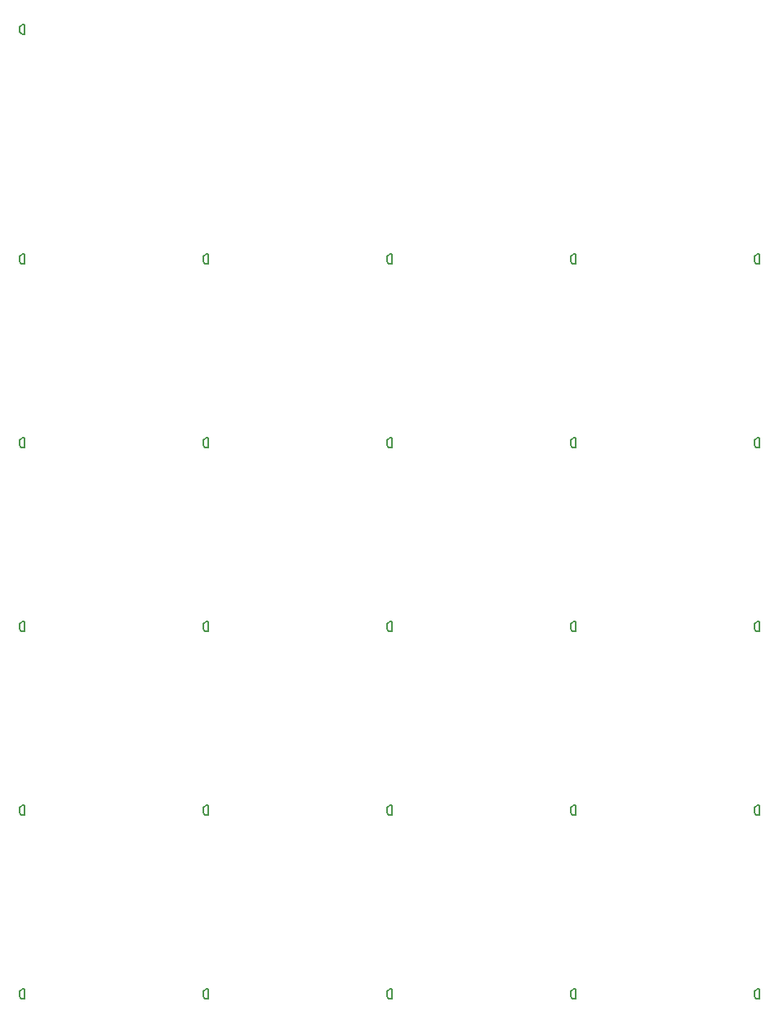
<source format=gbr>
%TF.GenerationSoftware,KiCad,Pcbnew,9.0.7*%
%TF.CreationDate,2026-02-28T06:01:15-05:00*%
%TF.ProjectId,Macropad,4d616372-6f70-4616-942e-6b696361645f,rev?*%
%TF.SameCoordinates,Original*%
%TF.FileFunction,AssemblyDrawing,Bot*%
%FSLAX46Y46*%
G04 Gerber Fmt 4.6, Leading zero omitted, Abs format (unit mm)*
G04 Created by KiCad (PCBNEW 9.0.7) date 2026-02-28 06:01:15*
%MOMM*%
%LPD*%
G01*
G04 APERTURE LIST*
%ADD10C,0.150000*%
G04 APERTURE END LIST*
D10*
X13476904Y-18599819D02*
X13476904Y-17599819D01*
X13476904Y-17599819D02*
X13238809Y-17599819D01*
X13238809Y-17599819D02*
X13095952Y-17647438D01*
X13095952Y-17647438D02*
X13000714Y-17742676D01*
X13000714Y-17742676D02*
X12953095Y-17837914D01*
X12953095Y-17837914D02*
X12905476Y-18028390D01*
X12905476Y-18028390D02*
X12905476Y-18171247D01*
X12905476Y-18171247D02*
X12953095Y-18361723D01*
X12953095Y-18361723D02*
X13000714Y-18456961D01*
X13000714Y-18456961D02*
X13095952Y-18552200D01*
X13095952Y-18552200D02*
X13238809Y-18599819D01*
X13238809Y-18599819D02*
X13476904Y-18599819D01*
X13476904Y-42411819D02*
X13476904Y-41411819D01*
X13476904Y-41411819D02*
X13238809Y-41411819D01*
X13238809Y-41411819D02*
X13095952Y-41459438D01*
X13095952Y-41459438D02*
X13000714Y-41554676D01*
X13000714Y-41554676D02*
X12953095Y-41649914D01*
X12953095Y-41649914D02*
X12905476Y-41840390D01*
X12905476Y-41840390D02*
X12905476Y-41983247D01*
X12905476Y-41983247D02*
X12953095Y-42173723D01*
X12953095Y-42173723D02*
X13000714Y-42268961D01*
X13000714Y-42268961D02*
X13095952Y-42364200D01*
X13095952Y-42364200D02*
X13238809Y-42411819D01*
X13238809Y-42411819D02*
X13476904Y-42411819D01*
X32526904Y-42411819D02*
X32526904Y-41411819D01*
X32526904Y-41411819D02*
X32288809Y-41411819D01*
X32288809Y-41411819D02*
X32145952Y-41459438D01*
X32145952Y-41459438D02*
X32050714Y-41554676D01*
X32050714Y-41554676D02*
X32003095Y-41649914D01*
X32003095Y-41649914D02*
X31955476Y-41840390D01*
X31955476Y-41840390D02*
X31955476Y-41983247D01*
X31955476Y-41983247D02*
X32003095Y-42173723D01*
X32003095Y-42173723D02*
X32050714Y-42268961D01*
X32050714Y-42268961D02*
X32145952Y-42364200D01*
X32145952Y-42364200D02*
X32288809Y-42411819D01*
X32288809Y-42411819D02*
X32526904Y-42411819D01*
X51576904Y-42411819D02*
X51576904Y-41411819D01*
X51576904Y-41411819D02*
X51338809Y-41411819D01*
X51338809Y-41411819D02*
X51195952Y-41459438D01*
X51195952Y-41459438D02*
X51100714Y-41554676D01*
X51100714Y-41554676D02*
X51053095Y-41649914D01*
X51053095Y-41649914D02*
X51005476Y-41840390D01*
X51005476Y-41840390D02*
X51005476Y-41983247D01*
X51005476Y-41983247D02*
X51053095Y-42173723D01*
X51053095Y-42173723D02*
X51100714Y-42268961D01*
X51100714Y-42268961D02*
X51195952Y-42364200D01*
X51195952Y-42364200D02*
X51338809Y-42411819D01*
X51338809Y-42411819D02*
X51576904Y-42411819D01*
X70626904Y-42411819D02*
X70626904Y-41411819D01*
X70626904Y-41411819D02*
X70388809Y-41411819D01*
X70388809Y-41411819D02*
X70245952Y-41459438D01*
X70245952Y-41459438D02*
X70150714Y-41554676D01*
X70150714Y-41554676D02*
X70103095Y-41649914D01*
X70103095Y-41649914D02*
X70055476Y-41840390D01*
X70055476Y-41840390D02*
X70055476Y-41983247D01*
X70055476Y-41983247D02*
X70103095Y-42173723D01*
X70103095Y-42173723D02*
X70150714Y-42268961D01*
X70150714Y-42268961D02*
X70245952Y-42364200D01*
X70245952Y-42364200D02*
X70388809Y-42411819D01*
X70388809Y-42411819D02*
X70626904Y-42411819D01*
X89676904Y-42411819D02*
X89676904Y-41411819D01*
X89676904Y-41411819D02*
X89438809Y-41411819D01*
X89438809Y-41411819D02*
X89295952Y-41459438D01*
X89295952Y-41459438D02*
X89200714Y-41554676D01*
X89200714Y-41554676D02*
X89153095Y-41649914D01*
X89153095Y-41649914D02*
X89105476Y-41840390D01*
X89105476Y-41840390D02*
X89105476Y-41983247D01*
X89105476Y-41983247D02*
X89153095Y-42173723D01*
X89153095Y-42173723D02*
X89200714Y-42268961D01*
X89200714Y-42268961D02*
X89295952Y-42364200D01*
X89295952Y-42364200D02*
X89438809Y-42411819D01*
X89438809Y-42411819D02*
X89676904Y-42411819D01*
X13476904Y-61462819D02*
X13476904Y-60462819D01*
X13476904Y-60462819D02*
X13238809Y-60462819D01*
X13238809Y-60462819D02*
X13095952Y-60510438D01*
X13095952Y-60510438D02*
X13000714Y-60605676D01*
X13000714Y-60605676D02*
X12953095Y-60700914D01*
X12953095Y-60700914D02*
X12905476Y-60891390D01*
X12905476Y-60891390D02*
X12905476Y-61034247D01*
X12905476Y-61034247D02*
X12953095Y-61224723D01*
X12953095Y-61224723D02*
X13000714Y-61319961D01*
X13000714Y-61319961D02*
X13095952Y-61415200D01*
X13095952Y-61415200D02*
X13238809Y-61462819D01*
X13238809Y-61462819D02*
X13476904Y-61462819D01*
X32526904Y-61462819D02*
X32526904Y-60462819D01*
X32526904Y-60462819D02*
X32288809Y-60462819D01*
X32288809Y-60462819D02*
X32145952Y-60510438D01*
X32145952Y-60510438D02*
X32050714Y-60605676D01*
X32050714Y-60605676D02*
X32003095Y-60700914D01*
X32003095Y-60700914D02*
X31955476Y-60891390D01*
X31955476Y-60891390D02*
X31955476Y-61034247D01*
X31955476Y-61034247D02*
X32003095Y-61224723D01*
X32003095Y-61224723D02*
X32050714Y-61319961D01*
X32050714Y-61319961D02*
X32145952Y-61415200D01*
X32145952Y-61415200D02*
X32288809Y-61462819D01*
X32288809Y-61462819D02*
X32526904Y-61462819D01*
X51576904Y-61462819D02*
X51576904Y-60462819D01*
X51576904Y-60462819D02*
X51338809Y-60462819D01*
X51338809Y-60462819D02*
X51195952Y-60510438D01*
X51195952Y-60510438D02*
X51100714Y-60605676D01*
X51100714Y-60605676D02*
X51053095Y-60700914D01*
X51053095Y-60700914D02*
X51005476Y-60891390D01*
X51005476Y-60891390D02*
X51005476Y-61034247D01*
X51005476Y-61034247D02*
X51053095Y-61224723D01*
X51053095Y-61224723D02*
X51100714Y-61319961D01*
X51100714Y-61319961D02*
X51195952Y-61415200D01*
X51195952Y-61415200D02*
X51338809Y-61462819D01*
X51338809Y-61462819D02*
X51576904Y-61462819D01*
X70626904Y-61462819D02*
X70626904Y-60462819D01*
X70626904Y-60462819D02*
X70388809Y-60462819D01*
X70388809Y-60462819D02*
X70245952Y-60510438D01*
X70245952Y-60510438D02*
X70150714Y-60605676D01*
X70150714Y-60605676D02*
X70103095Y-60700914D01*
X70103095Y-60700914D02*
X70055476Y-60891390D01*
X70055476Y-60891390D02*
X70055476Y-61034247D01*
X70055476Y-61034247D02*
X70103095Y-61224723D01*
X70103095Y-61224723D02*
X70150714Y-61319961D01*
X70150714Y-61319961D02*
X70245952Y-61415200D01*
X70245952Y-61415200D02*
X70388809Y-61462819D01*
X70388809Y-61462819D02*
X70626904Y-61462819D01*
X89676904Y-61462819D02*
X89676904Y-60462819D01*
X89676904Y-60462819D02*
X89438809Y-60462819D01*
X89438809Y-60462819D02*
X89295952Y-60510438D01*
X89295952Y-60510438D02*
X89200714Y-60605676D01*
X89200714Y-60605676D02*
X89153095Y-60700914D01*
X89153095Y-60700914D02*
X89105476Y-60891390D01*
X89105476Y-60891390D02*
X89105476Y-61034247D01*
X89105476Y-61034247D02*
X89153095Y-61224723D01*
X89153095Y-61224723D02*
X89200714Y-61319961D01*
X89200714Y-61319961D02*
X89295952Y-61415200D01*
X89295952Y-61415200D02*
X89438809Y-61462819D01*
X89438809Y-61462819D02*
X89676904Y-61462819D01*
X13476904Y-80512819D02*
X13476904Y-79512819D01*
X13476904Y-79512819D02*
X13238809Y-79512819D01*
X13238809Y-79512819D02*
X13095952Y-79560438D01*
X13095952Y-79560438D02*
X13000714Y-79655676D01*
X13000714Y-79655676D02*
X12953095Y-79750914D01*
X12953095Y-79750914D02*
X12905476Y-79941390D01*
X12905476Y-79941390D02*
X12905476Y-80084247D01*
X12905476Y-80084247D02*
X12953095Y-80274723D01*
X12953095Y-80274723D02*
X13000714Y-80369961D01*
X13000714Y-80369961D02*
X13095952Y-80465200D01*
X13095952Y-80465200D02*
X13238809Y-80512819D01*
X13238809Y-80512819D02*
X13476904Y-80512819D01*
X32526904Y-80512819D02*
X32526904Y-79512819D01*
X32526904Y-79512819D02*
X32288809Y-79512819D01*
X32288809Y-79512819D02*
X32145952Y-79560438D01*
X32145952Y-79560438D02*
X32050714Y-79655676D01*
X32050714Y-79655676D02*
X32003095Y-79750914D01*
X32003095Y-79750914D02*
X31955476Y-79941390D01*
X31955476Y-79941390D02*
X31955476Y-80084247D01*
X31955476Y-80084247D02*
X32003095Y-80274723D01*
X32003095Y-80274723D02*
X32050714Y-80369961D01*
X32050714Y-80369961D02*
X32145952Y-80465200D01*
X32145952Y-80465200D02*
X32288809Y-80512819D01*
X32288809Y-80512819D02*
X32526904Y-80512819D01*
X51576904Y-80512819D02*
X51576904Y-79512819D01*
X51576904Y-79512819D02*
X51338809Y-79512819D01*
X51338809Y-79512819D02*
X51195952Y-79560438D01*
X51195952Y-79560438D02*
X51100714Y-79655676D01*
X51100714Y-79655676D02*
X51053095Y-79750914D01*
X51053095Y-79750914D02*
X51005476Y-79941390D01*
X51005476Y-79941390D02*
X51005476Y-80084247D01*
X51005476Y-80084247D02*
X51053095Y-80274723D01*
X51053095Y-80274723D02*
X51100714Y-80369961D01*
X51100714Y-80369961D02*
X51195952Y-80465200D01*
X51195952Y-80465200D02*
X51338809Y-80512819D01*
X51338809Y-80512819D02*
X51576904Y-80512819D01*
X70626904Y-80512819D02*
X70626904Y-79512819D01*
X70626904Y-79512819D02*
X70388809Y-79512819D01*
X70388809Y-79512819D02*
X70245952Y-79560438D01*
X70245952Y-79560438D02*
X70150714Y-79655676D01*
X70150714Y-79655676D02*
X70103095Y-79750914D01*
X70103095Y-79750914D02*
X70055476Y-79941390D01*
X70055476Y-79941390D02*
X70055476Y-80084247D01*
X70055476Y-80084247D02*
X70103095Y-80274723D01*
X70103095Y-80274723D02*
X70150714Y-80369961D01*
X70150714Y-80369961D02*
X70245952Y-80465200D01*
X70245952Y-80465200D02*
X70388809Y-80512819D01*
X70388809Y-80512819D02*
X70626904Y-80512819D01*
X89676904Y-80512819D02*
X89676904Y-79512819D01*
X89676904Y-79512819D02*
X89438809Y-79512819D01*
X89438809Y-79512819D02*
X89295952Y-79560438D01*
X89295952Y-79560438D02*
X89200714Y-79655676D01*
X89200714Y-79655676D02*
X89153095Y-79750914D01*
X89153095Y-79750914D02*
X89105476Y-79941390D01*
X89105476Y-79941390D02*
X89105476Y-80084247D01*
X89105476Y-80084247D02*
X89153095Y-80274723D01*
X89153095Y-80274723D02*
X89200714Y-80369961D01*
X89200714Y-80369961D02*
X89295952Y-80465200D01*
X89295952Y-80465200D02*
X89438809Y-80512819D01*
X89438809Y-80512819D02*
X89676904Y-80512819D01*
X13476904Y-99561819D02*
X13476904Y-98561819D01*
X13476904Y-98561819D02*
X13238809Y-98561819D01*
X13238809Y-98561819D02*
X13095952Y-98609438D01*
X13095952Y-98609438D02*
X13000714Y-98704676D01*
X13000714Y-98704676D02*
X12953095Y-98799914D01*
X12953095Y-98799914D02*
X12905476Y-98990390D01*
X12905476Y-98990390D02*
X12905476Y-99133247D01*
X12905476Y-99133247D02*
X12953095Y-99323723D01*
X12953095Y-99323723D02*
X13000714Y-99418961D01*
X13000714Y-99418961D02*
X13095952Y-99514200D01*
X13095952Y-99514200D02*
X13238809Y-99561819D01*
X13238809Y-99561819D02*
X13476904Y-99561819D01*
X32526904Y-99561819D02*
X32526904Y-98561819D01*
X32526904Y-98561819D02*
X32288809Y-98561819D01*
X32288809Y-98561819D02*
X32145952Y-98609438D01*
X32145952Y-98609438D02*
X32050714Y-98704676D01*
X32050714Y-98704676D02*
X32003095Y-98799914D01*
X32003095Y-98799914D02*
X31955476Y-98990390D01*
X31955476Y-98990390D02*
X31955476Y-99133247D01*
X31955476Y-99133247D02*
X32003095Y-99323723D01*
X32003095Y-99323723D02*
X32050714Y-99418961D01*
X32050714Y-99418961D02*
X32145952Y-99514200D01*
X32145952Y-99514200D02*
X32288809Y-99561819D01*
X32288809Y-99561819D02*
X32526904Y-99561819D01*
X51576904Y-99561819D02*
X51576904Y-98561819D01*
X51576904Y-98561819D02*
X51338809Y-98561819D01*
X51338809Y-98561819D02*
X51195952Y-98609438D01*
X51195952Y-98609438D02*
X51100714Y-98704676D01*
X51100714Y-98704676D02*
X51053095Y-98799914D01*
X51053095Y-98799914D02*
X51005476Y-98990390D01*
X51005476Y-98990390D02*
X51005476Y-99133247D01*
X51005476Y-99133247D02*
X51053095Y-99323723D01*
X51053095Y-99323723D02*
X51100714Y-99418961D01*
X51100714Y-99418961D02*
X51195952Y-99514200D01*
X51195952Y-99514200D02*
X51338809Y-99561819D01*
X51338809Y-99561819D02*
X51576904Y-99561819D01*
X70626904Y-99561819D02*
X70626904Y-98561819D01*
X70626904Y-98561819D02*
X70388809Y-98561819D01*
X70388809Y-98561819D02*
X70245952Y-98609438D01*
X70245952Y-98609438D02*
X70150714Y-98704676D01*
X70150714Y-98704676D02*
X70103095Y-98799914D01*
X70103095Y-98799914D02*
X70055476Y-98990390D01*
X70055476Y-98990390D02*
X70055476Y-99133247D01*
X70055476Y-99133247D02*
X70103095Y-99323723D01*
X70103095Y-99323723D02*
X70150714Y-99418961D01*
X70150714Y-99418961D02*
X70245952Y-99514200D01*
X70245952Y-99514200D02*
X70388809Y-99561819D01*
X70388809Y-99561819D02*
X70626904Y-99561819D01*
X89676904Y-99561819D02*
X89676904Y-98561819D01*
X89676904Y-98561819D02*
X89438809Y-98561819D01*
X89438809Y-98561819D02*
X89295952Y-98609438D01*
X89295952Y-98609438D02*
X89200714Y-98704676D01*
X89200714Y-98704676D02*
X89153095Y-98799914D01*
X89153095Y-98799914D02*
X89105476Y-98990390D01*
X89105476Y-98990390D02*
X89105476Y-99133247D01*
X89105476Y-99133247D02*
X89153095Y-99323723D01*
X89153095Y-99323723D02*
X89200714Y-99418961D01*
X89200714Y-99418961D02*
X89295952Y-99514200D01*
X89295952Y-99514200D02*
X89438809Y-99561819D01*
X89438809Y-99561819D02*
X89676904Y-99561819D01*
X13476904Y-118612819D02*
X13476904Y-117612819D01*
X13476904Y-117612819D02*
X13238809Y-117612819D01*
X13238809Y-117612819D02*
X13095952Y-117660438D01*
X13095952Y-117660438D02*
X13000714Y-117755676D01*
X13000714Y-117755676D02*
X12953095Y-117850914D01*
X12953095Y-117850914D02*
X12905476Y-118041390D01*
X12905476Y-118041390D02*
X12905476Y-118184247D01*
X12905476Y-118184247D02*
X12953095Y-118374723D01*
X12953095Y-118374723D02*
X13000714Y-118469961D01*
X13000714Y-118469961D02*
X13095952Y-118565200D01*
X13095952Y-118565200D02*
X13238809Y-118612819D01*
X13238809Y-118612819D02*
X13476904Y-118612819D01*
X32526904Y-118612819D02*
X32526904Y-117612819D01*
X32526904Y-117612819D02*
X32288809Y-117612819D01*
X32288809Y-117612819D02*
X32145952Y-117660438D01*
X32145952Y-117660438D02*
X32050714Y-117755676D01*
X32050714Y-117755676D02*
X32003095Y-117850914D01*
X32003095Y-117850914D02*
X31955476Y-118041390D01*
X31955476Y-118041390D02*
X31955476Y-118184247D01*
X31955476Y-118184247D02*
X32003095Y-118374723D01*
X32003095Y-118374723D02*
X32050714Y-118469961D01*
X32050714Y-118469961D02*
X32145952Y-118565200D01*
X32145952Y-118565200D02*
X32288809Y-118612819D01*
X32288809Y-118612819D02*
X32526904Y-118612819D01*
X51576904Y-118612819D02*
X51576904Y-117612819D01*
X51576904Y-117612819D02*
X51338809Y-117612819D01*
X51338809Y-117612819D02*
X51195952Y-117660438D01*
X51195952Y-117660438D02*
X51100714Y-117755676D01*
X51100714Y-117755676D02*
X51053095Y-117850914D01*
X51053095Y-117850914D02*
X51005476Y-118041390D01*
X51005476Y-118041390D02*
X51005476Y-118184247D01*
X51005476Y-118184247D02*
X51053095Y-118374723D01*
X51053095Y-118374723D02*
X51100714Y-118469961D01*
X51100714Y-118469961D02*
X51195952Y-118565200D01*
X51195952Y-118565200D02*
X51338809Y-118612819D01*
X51338809Y-118612819D02*
X51576904Y-118612819D01*
X70626904Y-118612819D02*
X70626904Y-117612819D01*
X70626904Y-117612819D02*
X70388809Y-117612819D01*
X70388809Y-117612819D02*
X70245952Y-117660438D01*
X70245952Y-117660438D02*
X70150714Y-117755676D01*
X70150714Y-117755676D02*
X70103095Y-117850914D01*
X70103095Y-117850914D02*
X70055476Y-118041390D01*
X70055476Y-118041390D02*
X70055476Y-118184247D01*
X70055476Y-118184247D02*
X70103095Y-118374723D01*
X70103095Y-118374723D02*
X70150714Y-118469961D01*
X70150714Y-118469961D02*
X70245952Y-118565200D01*
X70245952Y-118565200D02*
X70388809Y-118612819D01*
X70388809Y-118612819D02*
X70626904Y-118612819D01*
X89676904Y-118612819D02*
X89676904Y-117612819D01*
X89676904Y-117612819D02*
X89438809Y-117612819D01*
X89438809Y-117612819D02*
X89295952Y-117660438D01*
X89295952Y-117660438D02*
X89200714Y-117755676D01*
X89200714Y-117755676D02*
X89153095Y-117850914D01*
X89153095Y-117850914D02*
X89105476Y-118041390D01*
X89105476Y-118041390D02*
X89105476Y-118184247D01*
X89105476Y-118184247D02*
X89153095Y-118374723D01*
X89153095Y-118374723D02*
X89200714Y-118469961D01*
X89200714Y-118469961D02*
X89295952Y-118565200D01*
X89295952Y-118565200D02*
X89438809Y-118612819D01*
X89438809Y-118612819D02*
X89676904Y-118612819D01*
M02*

</source>
